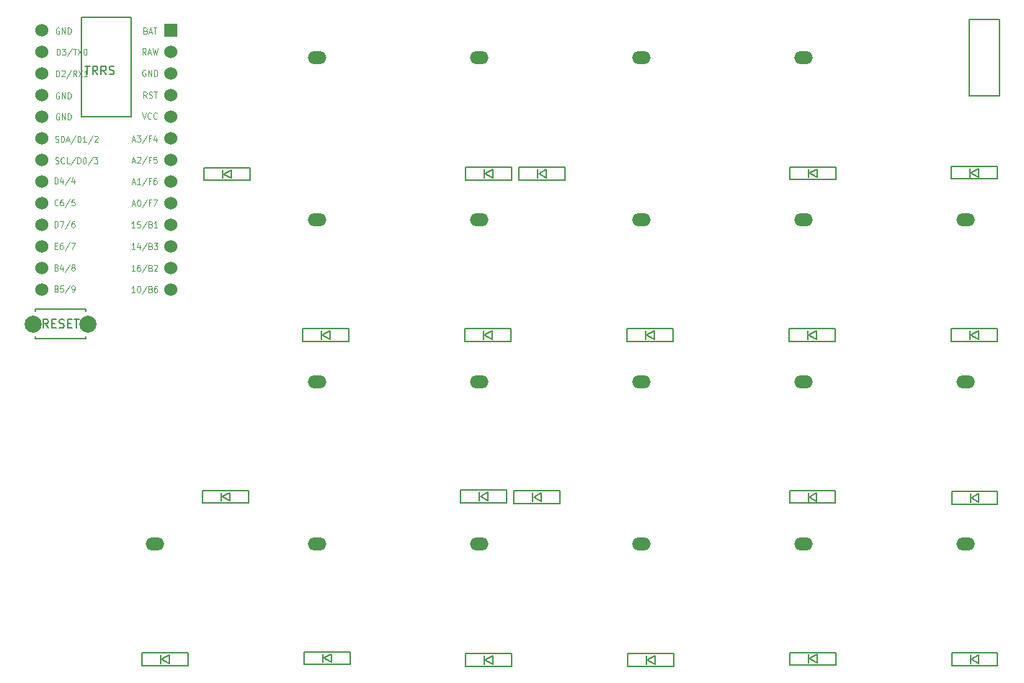
<source format=gbr>
%TF.GenerationSoftware,KiCad,Pcbnew,7.0.8*%
%TF.CreationDate,2024-10-11T08:25:21+09:00*%
%TF.ProjectId,cool642r,636f6f6c-3634-4327-922e-6b696361645f,rev?*%
%TF.SameCoordinates,Original*%
%TF.FileFunction,Legend,Top*%
%TF.FilePolarity,Positive*%
%FSLAX46Y46*%
G04 Gerber Fmt 4.6, Leading zero omitted, Abs format (unit mm)*
G04 Created by KiCad (PCBNEW 7.0.8) date 2024-10-11 08:25:21*
%MOMM*%
%LPD*%
G01*
G04 APERTURE LIST*
%ADD10C,0.150000*%
%ADD11C,0.125000*%
%ADD12O,2.200000X1.500000*%
%ADD13C,2.000000*%
%ADD14C,1.524000*%
%ADD15R,1.524000X1.524000*%
G04 APERTURE END LIST*
D10*
X92608095Y4025180D02*
X93179523Y4025180D01*
X92893809Y3025180D02*
X92893809Y4025180D01*
X94084285Y3025180D02*
X93750952Y3501371D01*
X93512857Y3025180D02*
X93512857Y4025180D01*
X93512857Y4025180D02*
X93893809Y4025180D01*
X93893809Y4025180D02*
X93989047Y3977561D01*
X93989047Y3977561D02*
X94036666Y3929942D01*
X94036666Y3929942D02*
X94084285Y3834704D01*
X94084285Y3834704D02*
X94084285Y3691847D01*
X94084285Y3691847D02*
X94036666Y3596609D01*
X94036666Y3596609D02*
X93989047Y3548990D01*
X93989047Y3548990D02*
X93893809Y3501371D01*
X93893809Y3501371D02*
X93512857Y3501371D01*
X95084285Y3025180D02*
X94750952Y3501371D01*
X94512857Y3025180D02*
X94512857Y4025180D01*
X94512857Y4025180D02*
X94893809Y4025180D01*
X94893809Y4025180D02*
X94989047Y3977561D01*
X94989047Y3977561D02*
X95036666Y3929942D01*
X95036666Y3929942D02*
X95084285Y3834704D01*
X95084285Y3834704D02*
X95084285Y3691847D01*
X95084285Y3691847D02*
X95036666Y3596609D01*
X95036666Y3596609D02*
X94989047Y3548990D01*
X94989047Y3548990D02*
X94893809Y3501371D01*
X94893809Y3501371D02*
X94512857Y3501371D01*
X95465238Y3072800D02*
X95608095Y3025180D01*
X95608095Y3025180D02*
X95846190Y3025180D01*
X95846190Y3025180D02*
X95941428Y3072800D01*
X95941428Y3072800D02*
X95989047Y3120419D01*
X95989047Y3120419D02*
X96036666Y3215657D01*
X96036666Y3215657D02*
X96036666Y3310895D01*
X96036666Y3310895D02*
X95989047Y3406133D01*
X95989047Y3406133D02*
X95941428Y3453752D01*
X95941428Y3453752D02*
X95846190Y3501371D01*
X95846190Y3501371D02*
X95655714Y3548990D01*
X95655714Y3548990D02*
X95560476Y3596609D01*
X95560476Y3596609D02*
X95512857Y3644228D01*
X95512857Y3644228D02*
X95465238Y3739466D01*
X95465238Y3739466D02*
X95465238Y3834704D01*
X95465238Y3834704D02*
X95512857Y3929942D01*
X95512857Y3929942D02*
X95560476Y3977561D01*
X95560476Y3977561D02*
X95655714Y4025180D01*
X95655714Y4025180D02*
X95893809Y4025180D01*
X95893809Y4025180D02*
X96036666Y3977561D01*
X88287618Y-26754819D02*
X87954285Y-26278628D01*
X87716190Y-26754819D02*
X87716190Y-25754819D01*
X87716190Y-25754819D02*
X88097142Y-25754819D01*
X88097142Y-25754819D02*
X88192380Y-25802438D01*
X88192380Y-25802438D02*
X88239999Y-25850057D01*
X88239999Y-25850057D02*
X88287618Y-25945295D01*
X88287618Y-25945295D02*
X88287618Y-26088152D01*
X88287618Y-26088152D02*
X88239999Y-26183390D01*
X88239999Y-26183390D02*
X88192380Y-26231009D01*
X88192380Y-26231009D02*
X88097142Y-26278628D01*
X88097142Y-26278628D02*
X87716190Y-26278628D01*
X88716190Y-26231009D02*
X89049523Y-26231009D01*
X89192380Y-26754819D02*
X88716190Y-26754819D01*
X88716190Y-26754819D02*
X88716190Y-25754819D01*
X88716190Y-25754819D02*
X89192380Y-25754819D01*
X89573333Y-26707200D02*
X89716190Y-26754819D01*
X89716190Y-26754819D02*
X89954285Y-26754819D01*
X89954285Y-26754819D02*
X90049523Y-26707200D01*
X90049523Y-26707200D02*
X90097142Y-26659580D01*
X90097142Y-26659580D02*
X90144761Y-26564342D01*
X90144761Y-26564342D02*
X90144761Y-26469104D01*
X90144761Y-26469104D02*
X90097142Y-26373866D01*
X90097142Y-26373866D02*
X90049523Y-26326247D01*
X90049523Y-26326247D02*
X89954285Y-26278628D01*
X89954285Y-26278628D02*
X89763809Y-26231009D01*
X89763809Y-26231009D02*
X89668571Y-26183390D01*
X89668571Y-26183390D02*
X89620952Y-26135771D01*
X89620952Y-26135771D02*
X89573333Y-26040533D01*
X89573333Y-26040533D02*
X89573333Y-25945295D01*
X89573333Y-25945295D02*
X89620952Y-25850057D01*
X89620952Y-25850057D02*
X89668571Y-25802438D01*
X89668571Y-25802438D02*
X89763809Y-25754819D01*
X89763809Y-25754819D02*
X90001904Y-25754819D01*
X90001904Y-25754819D02*
X90144761Y-25802438D01*
X90573333Y-26231009D02*
X90906666Y-26231009D01*
X91049523Y-26754819D02*
X90573333Y-26754819D01*
X90573333Y-26754819D02*
X90573333Y-25754819D01*
X90573333Y-25754819D02*
X91049523Y-25754819D01*
X91335238Y-25754819D02*
X91906666Y-25754819D01*
X91620952Y-26754819D02*
X91620952Y-25754819D01*
D11*
X98167886Y-4674178D02*
X98486933Y-4674178D01*
X98104076Y-4888464D02*
X98327409Y-4138464D01*
X98327409Y-4138464D02*
X98550743Y-4888464D01*
X98710267Y-4138464D02*
X99125029Y-4138464D01*
X99125029Y-4138464D02*
X98901695Y-4424178D01*
X98901695Y-4424178D02*
X98997410Y-4424178D01*
X98997410Y-4424178D02*
X99061219Y-4459892D01*
X99061219Y-4459892D02*
X99093124Y-4495607D01*
X99093124Y-4495607D02*
X99125029Y-4567035D01*
X99125029Y-4567035D02*
X99125029Y-4745607D01*
X99125029Y-4745607D02*
X99093124Y-4817035D01*
X99093124Y-4817035D02*
X99061219Y-4852750D01*
X99061219Y-4852750D02*
X98997410Y-4888464D01*
X98997410Y-4888464D02*
X98805981Y-4888464D01*
X98805981Y-4888464D02*
X98742172Y-4852750D01*
X98742172Y-4852750D02*
X98710267Y-4817035D01*
X99890743Y-4102750D02*
X99316457Y-5067035D01*
X100337410Y-4495607D02*
X100114076Y-4495607D01*
X100114076Y-4888464D02*
X100114076Y-4138464D01*
X100114076Y-4138464D02*
X100433124Y-4138464D01*
X100975505Y-4388464D02*
X100975505Y-4888464D01*
X100815981Y-4102750D02*
X100656458Y-4638464D01*
X100656458Y-4638464D02*
X101071219Y-4638464D01*
X89054076Y-9838464D02*
X89054076Y-9088464D01*
X89054076Y-9088464D02*
X89213600Y-9088464D01*
X89213600Y-9088464D02*
X89309314Y-9124178D01*
X89309314Y-9124178D02*
X89373124Y-9195607D01*
X89373124Y-9195607D02*
X89405029Y-9267035D01*
X89405029Y-9267035D02*
X89436933Y-9409892D01*
X89436933Y-9409892D02*
X89436933Y-9517035D01*
X89436933Y-9517035D02*
X89405029Y-9659892D01*
X89405029Y-9659892D02*
X89373124Y-9731321D01*
X89373124Y-9731321D02*
X89309314Y-9802750D01*
X89309314Y-9802750D02*
X89213600Y-9838464D01*
X89213600Y-9838464D02*
X89054076Y-9838464D01*
X90011219Y-9338464D02*
X90011219Y-9838464D01*
X89851695Y-9052750D02*
X89692172Y-9588464D01*
X89692172Y-9588464D02*
X90106933Y-9588464D01*
X90840743Y-9052750D02*
X90266457Y-10017035D01*
X91351219Y-9338464D02*
X91351219Y-9838464D01*
X91191695Y-9052750D02*
X91032172Y-9588464D01*
X91032172Y-9588464D02*
X91446933Y-9588464D01*
X89220028Y2761535D02*
X89220028Y3511535D01*
X89220028Y3511535D02*
X89379552Y3511535D01*
X89379552Y3511535D02*
X89475266Y3475821D01*
X89475266Y3475821D02*
X89539076Y3404392D01*
X89539076Y3404392D02*
X89570981Y3332964D01*
X89570981Y3332964D02*
X89602885Y3190107D01*
X89602885Y3190107D02*
X89602885Y3082964D01*
X89602885Y3082964D02*
X89570981Y2940107D01*
X89570981Y2940107D02*
X89539076Y2868678D01*
X89539076Y2868678D02*
X89475266Y2797250D01*
X89475266Y2797250D02*
X89379552Y2761535D01*
X89379552Y2761535D02*
X89220028Y2761535D01*
X89858124Y3440107D02*
X89890028Y3475821D01*
X89890028Y3475821D02*
X89953838Y3511535D01*
X89953838Y3511535D02*
X90113362Y3511535D01*
X90113362Y3511535D02*
X90177171Y3475821D01*
X90177171Y3475821D02*
X90209076Y3440107D01*
X90209076Y3440107D02*
X90240981Y3368678D01*
X90240981Y3368678D02*
X90240981Y3297250D01*
X90240981Y3297250D02*
X90209076Y3190107D01*
X90209076Y3190107D02*
X89826219Y2761535D01*
X89826219Y2761535D02*
X90240981Y2761535D01*
X91006695Y3547250D02*
X90432409Y2582964D01*
X91612885Y2761535D02*
X91389552Y3118678D01*
X91230028Y2761535D02*
X91230028Y3511535D01*
X91230028Y3511535D02*
X91485266Y3511535D01*
X91485266Y3511535D02*
X91549076Y3475821D01*
X91549076Y3475821D02*
X91580981Y3440107D01*
X91580981Y3440107D02*
X91612885Y3368678D01*
X91612885Y3368678D02*
X91612885Y3261535D01*
X91612885Y3261535D02*
X91580981Y3190107D01*
X91580981Y3190107D02*
X91549076Y3154392D01*
X91549076Y3154392D02*
X91485266Y3118678D01*
X91485266Y3118678D02*
X91230028Y3118678D01*
X91836219Y3511535D02*
X92282885Y2761535D01*
X92282885Y3511535D02*
X91836219Y2761535D01*
X92889076Y2761535D02*
X92506219Y2761535D01*
X92697647Y2761535D02*
X92697647Y3511535D01*
X92697647Y3511535D02*
X92633838Y3404392D01*
X92633838Y3404392D02*
X92570028Y3332964D01*
X92570028Y3332964D02*
X92506219Y3297250D01*
X99713124Y3525821D02*
X99649314Y3561535D01*
X99649314Y3561535D02*
X99553600Y3561535D01*
X99553600Y3561535D02*
X99457886Y3525821D01*
X99457886Y3525821D02*
X99394076Y3454392D01*
X99394076Y3454392D02*
X99362171Y3382964D01*
X99362171Y3382964D02*
X99330267Y3240107D01*
X99330267Y3240107D02*
X99330267Y3132964D01*
X99330267Y3132964D02*
X99362171Y2990107D01*
X99362171Y2990107D02*
X99394076Y2918678D01*
X99394076Y2918678D02*
X99457886Y2847250D01*
X99457886Y2847250D02*
X99553600Y2811535D01*
X99553600Y2811535D02*
X99617409Y2811535D01*
X99617409Y2811535D02*
X99713124Y2847250D01*
X99713124Y2847250D02*
X99745028Y2882964D01*
X99745028Y2882964D02*
X99745028Y3132964D01*
X99745028Y3132964D02*
X99617409Y3132964D01*
X100032171Y2811535D02*
X100032171Y3561535D01*
X100032171Y3561535D02*
X100415028Y2811535D01*
X100415028Y2811535D02*
X100415028Y3561535D01*
X100734076Y2811535D02*
X100734076Y3561535D01*
X100734076Y3561535D02*
X100893600Y3561535D01*
X100893600Y3561535D02*
X100989314Y3525821D01*
X100989314Y3525821D02*
X101053124Y3454392D01*
X101053124Y3454392D02*
X101085029Y3382964D01*
X101085029Y3382964D02*
X101116933Y3240107D01*
X101116933Y3240107D02*
X101116933Y3132964D01*
X101116933Y3132964D02*
X101085029Y2990107D01*
X101085029Y2990107D02*
X101053124Y2918678D01*
X101053124Y2918678D02*
X100989314Y2847250D01*
X100989314Y2847250D02*
X100893600Y2811535D01*
X100893600Y2811535D02*
X100734076Y2811535D01*
X89085981Y-17095607D02*
X89309315Y-17095607D01*
X89405029Y-17488464D02*
X89085981Y-17488464D01*
X89085981Y-17488464D02*
X89085981Y-16738464D01*
X89085981Y-16738464D02*
X89405029Y-16738464D01*
X89979314Y-16738464D02*
X89851695Y-16738464D01*
X89851695Y-16738464D02*
X89787886Y-16774178D01*
X89787886Y-16774178D02*
X89755981Y-16809892D01*
X89755981Y-16809892D02*
X89692171Y-16917035D01*
X89692171Y-16917035D02*
X89660267Y-17059892D01*
X89660267Y-17059892D02*
X89660267Y-17345607D01*
X89660267Y-17345607D02*
X89692171Y-17417035D01*
X89692171Y-17417035D02*
X89724076Y-17452750D01*
X89724076Y-17452750D02*
X89787886Y-17488464D01*
X89787886Y-17488464D02*
X89915505Y-17488464D01*
X89915505Y-17488464D02*
X89979314Y-17452750D01*
X89979314Y-17452750D02*
X90011219Y-17417035D01*
X90011219Y-17417035D02*
X90043124Y-17345607D01*
X90043124Y-17345607D02*
X90043124Y-17167035D01*
X90043124Y-17167035D02*
X90011219Y-17095607D01*
X90011219Y-17095607D02*
X89979314Y-17059892D01*
X89979314Y-17059892D02*
X89915505Y-17024178D01*
X89915505Y-17024178D02*
X89787886Y-17024178D01*
X89787886Y-17024178D02*
X89724076Y-17059892D01*
X89724076Y-17059892D02*
X89692171Y-17095607D01*
X89692171Y-17095607D02*
X89660267Y-17167035D01*
X90808838Y-16702750D02*
X90234552Y-17667035D01*
X90968362Y-16738464D02*
X91415028Y-16738464D01*
X91415028Y-16738464D02*
X91127886Y-17488464D01*
X89436933Y-12317035D02*
X89405029Y-12352750D01*
X89405029Y-12352750D02*
X89309314Y-12388464D01*
X89309314Y-12388464D02*
X89245505Y-12388464D01*
X89245505Y-12388464D02*
X89149791Y-12352750D01*
X89149791Y-12352750D02*
X89085981Y-12281321D01*
X89085981Y-12281321D02*
X89054076Y-12209892D01*
X89054076Y-12209892D02*
X89022172Y-12067035D01*
X89022172Y-12067035D02*
X89022172Y-11959892D01*
X89022172Y-11959892D02*
X89054076Y-11817035D01*
X89054076Y-11817035D02*
X89085981Y-11745607D01*
X89085981Y-11745607D02*
X89149791Y-11674178D01*
X89149791Y-11674178D02*
X89245505Y-11638464D01*
X89245505Y-11638464D02*
X89309314Y-11638464D01*
X89309314Y-11638464D02*
X89405029Y-11674178D01*
X89405029Y-11674178D02*
X89436933Y-11709892D01*
X90011219Y-11638464D02*
X89883600Y-11638464D01*
X89883600Y-11638464D02*
X89819791Y-11674178D01*
X89819791Y-11674178D02*
X89787886Y-11709892D01*
X89787886Y-11709892D02*
X89724076Y-11817035D01*
X89724076Y-11817035D02*
X89692172Y-11959892D01*
X89692172Y-11959892D02*
X89692172Y-12245607D01*
X89692172Y-12245607D02*
X89724076Y-12317035D01*
X89724076Y-12317035D02*
X89755981Y-12352750D01*
X89755981Y-12352750D02*
X89819791Y-12388464D01*
X89819791Y-12388464D02*
X89947410Y-12388464D01*
X89947410Y-12388464D02*
X90011219Y-12352750D01*
X90011219Y-12352750D02*
X90043124Y-12317035D01*
X90043124Y-12317035D02*
X90075029Y-12245607D01*
X90075029Y-12245607D02*
X90075029Y-12067035D01*
X90075029Y-12067035D02*
X90043124Y-11995607D01*
X90043124Y-11995607D02*
X90011219Y-11959892D01*
X90011219Y-11959892D02*
X89947410Y-11924178D01*
X89947410Y-11924178D02*
X89819791Y-11924178D01*
X89819791Y-11924178D02*
X89755981Y-11959892D01*
X89755981Y-11959892D02*
X89724076Y-11995607D01*
X89724076Y-11995607D02*
X89692172Y-12067035D01*
X90840743Y-11602750D02*
X90266457Y-12567035D01*
X91383124Y-11638464D02*
X91064076Y-11638464D01*
X91064076Y-11638464D02*
X91032172Y-11995607D01*
X91032172Y-11995607D02*
X91064076Y-11959892D01*
X91064076Y-11959892D02*
X91127886Y-11924178D01*
X91127886Y-11924178D02*
X91287410Y-11924178D01*
X91287410Y-11924178D02*
X91351219Y-11959892D01*
X91351219Y-11959892D02*
X91383124Y-11995607D01*
X91383124Y-11995607D02*
X91415029Y-12067035D01*
X91415029Y-12067035D02*
X91415029Y-12245607D01*
X91415029Y-12245607D02*
X91383124Y-12317035D01*
X91383124Y-12317035D02*
X91351219Y-12352750D01*
X91351219Y-12352750D02*
X91287410Y-12388464D01*
X91287410Y-12388464D02*
X91127886Y-12388464D01*
X91127886Y-12388464D02*
X91064076Y-12352750D01*
X91064076Y-12352750D02*
X91032172Y-12317035D01*
X89573124Y8495821D02*
X89509314Y8531535D01*
X89509314Y8531535D02*
X89413600Y8531535D01*
X89413600Y8531535D02*
X89317886Y8495821D01*
X89317886Y8495821D02*
X89254076Y8424392D01*
X89254076Y8424392D02*
X89222171Y8352964D01*
X89222171Y8352964D02*
X89190267Y8210107D01*
X89190267Y8210107D02*
X89190267Y8102964D01*
X89190267Y8102964D02*
X89222171Y7960107D01*
X89222171Y7960107D02*
X89254076Y7888678D01*
X89254076Y7888678D02*
X89317886Y7817250D01*
X89317886Y7817250D02*
X89413600Y7781535D01*
X89413600Y7781535D02*
X89477409Y7781535D01*
X89477409Y7781535D02*
X89573124Y7817250D01*
X89573124Y7817250D02*
X89605028Y7852964D01*
X89605028Y7852964D02*
X89605028Y8102964D01*
X89605028Y8102964D02*
X89477409Y8102964D01*
X89892171Y7781535D02*
X89892171Y8531535D01*
X89892171Y8531535D02*
X90275028Y7781535D01*
X90275028Y7781535D02*
X90275028Y8531535D01*
X90594076Y7781535D02*
X90594076Y8531535D01*
X90594076Y8531535D02*
X90753600Y8531535D01*
X90753600Y8531535D02*
X90849314Y8495821D01*
X90849314Y8495821D02*
X90913124Y8424392D01*
X90913124Y8424392D02*
X90945029Y8352964D01*
X90945029Y8352964D02*
X90976933Y8210107D01*
X90976933Y8210107D02*
X90976933Y8102964D01*
X90976933Y8102964D02*
X90945029Y7960107D01*
X90945029Y7960107D02*
X90913124Y7888678D01*
X90913124Y7888678D02*
X90849314Y7817250D01*
X90849314Y7817250D02*
X90753600Y7781535D01*
X90753600Y7781535D02*
X90594076Y7781535D01*
X89135981Y-7402750D02*
X89231695Y-7438464D01*
X89231695Y-7438464D02*
X89391219Y-7438464D01*
X89391219Y-7438464D02*
X89455028Y-7402750D01*
X89455028Y-7402750D02*
X89486933Y-7367035D01*
X89486933Y-7367035D02*
X89518838Y-7295607D01*
X89518838Y-7295607D02*
X89518838Y-7224178D01*
X89518838Y-7224178D02*
X89486933Y-7152750D01*
X89486933Y-7152750D02*
X89455028Y-7117035D01*
X89455028Y-7117035D02*
X89391219Y-7081321D01*
X89391219Y-7081321D02*
X89263600Y-7045607D01*
X89263600Y-7045607D02*
X89199790Y-7009892D01*
X89199790Y-7009892D02*
X89167885Y-6974178D01*
X89167885Y-6974178D02*
X89135981Y-6902750D01*
X89135981Y-6902750D02*
X89135981Y-6831321D01*
X89135981Y-6831321D02*
X89167885Y-6759892D01*
X89167885Y-6759892D02*
X89199790Y-6724178D01*
X89199790Y-6724178D02*
X89263600Y-6688464D01*
X89263600Y-6688464D02*
X89423123Y-6688464D01*
X89423123Y-6688464D02*
X89518838Y-6724178D01*
X90188837Y-7367035D02*
X90156933Y-7402750D01*
X90156933Y-7402750D02*
X90061218Y-7438464D01*
X90061218Y-7438464D02*
X89997409Y-7438464D01*
X89997409Y-7438464D02*
X89901695Y-7402750D01*
X89901695Y-7402750D02*
X89837885Y-7331321D01*
X89837885Y-7331321D02*
X89805980Y-7259892D01*
X89805980Y-7259892D02*
X89774076Y-7117035D01*
X89774076Y-7117035D02*
X89774076Y-7009892D01*
X89774076Y-7009892D02*
X89805980Y-6867035D01*
X89805980Y-6867035D02*
X89837885Y-6795607D01*
X89837885Y-6795607D02*
X89901695Y-6724178D01*
X89901695Y-6724178D02*
X89997409Y-6688464D01*
X89997409Y-6688464D02*
X90061218Y-6688464D01*
X90061218Y-6688464D02*
X90156933Y-6724178D01*
X90156933Y-6724178D02*
X90188837Y-6759892D01*
X90795028Y-7438464D02*
X90475980Y-7438464D01*
X90475980Y-7438464D02*
X90475980Y-6688464D01*
X91496933Y-6652750D02*
X90922647Y-7617035D01*
X91720266Y-7438464D02*
X91720266Y-6688464D01*
X91720266Y-6688464D02*
X91879790Y-6688464D01*
X91879790Y-6688464D02*
X91975504Y-6724178D01*
X91975504Y-6724178D02*
X92039314Y-6795607D01*
X92039314Y-6795607D02*
X92071219Y-6867035D01*
X92071219Y-6867035D02*
X92103123Y-7009892D01*
X92103123Y-7009892D02*
X92103123Y-7117035D01*
X92103123Y-7117035D02*
X92071219Y-7259892D01*
X92071219Y-7259892D02*
X92039314Y-7331321D01*
X92039314Y-7331321D02*
X91975504Y-7402750D01*
X91975504Y-7402750D02*
X91879790Y-7438464D01*
X91879790Y-7438464D02*
X91720266Y-7438464D01*
X92517885Y-6688464D02*
X92581695Y-6688464D01*
X92581695Y-6688464D02*
X92645504Y-6724178D01*
X92645504Y-6724178D02*
X92677409Y-6759892D01*
X92677409Y-6759892D02*
X92709314Y-6831321D01*
X92709314Y-6831321D02*
X92741219Y-6974178D01*
X92741219Y-6974178D02*
X92741219Y-7152750D01*
X92741219Y-7152750D02*
X92709314Y-7295607D01*
X92709314Y-7295607D02*
X92677409Y-7367035D01*
X92677409Y-7367035D02*
X92645504Y-7402750D01*
X92645504Y-7402750D02*
X92581695Y-7438464D01*
X92581695Y-7438464D02*
X92517885Y-7438464D01*
X92517885Y-7438464D02*
X92454076Y-7402750D01*
X92454076Y-7402750D02*
X92422171Y-7367035D01*
X92422171Y-7367035D02*
X92390266Y-7295607D01*
X92390266Y-7295607D02*
X92358362Y-7152750D01*
X92358362Y-7152750D02*
X92358362Y-6974178D01*
X92358362Y-6974178D02*
X92390266Y-6831321D01*
X92390266Y-6831321D02*
X92422171Y-6759892D01*
X92422171Y-6759892D02*
X92454076Y-6724178D01*
X92454076Y-6724178D02*
X92517885Y-6688464D01*
X93506933Y-6652750D02*
X92932647Y-7617035D01*
X93666457Y-6688464D02*
X94081219Y-6688464D01*
X94081219Y-6688464D02*
X93857885Y-6974178D01*
X93857885Y-6974178D02*
X93953600Y-6974178D01*
X93953600Y-6974178D02*
X94017409Y-7009892D01*
X94017409Y-7009892D02*
X94049314Y-7045607D01*
X94049314Y-7045607D02*
X94081219Y-7117035D01*
X94081219Y-7117035D02*
X94081219Y-7295607D01*
X94081219Y-7295607D02*
X94049314Y-7367035D01*
X94049314Y-7367035D02*
X94017409Y-7402750D01*
X94017409Y-7402750D02*
X93953600Y-7438464D01*
X93953600Y-7438464D02*
X93762171Y-7438464D01*
X93762171Y-7438464D02*
X93698362Y-7402750D01*
X93698362Y-7402750D02*
X93666457Y-7367035D01*
X89573124Y-1574178D02*
X89509314Y-1538464D01*
X89509314Y-1538464D02*
X89413600Y-1538464D01*
X89413600Y-1538464D02*
X89317886Y-1574178D01*
X89317886Y-1574178D02*
X89254076Y-1645607D01*
X89254076Y-1645607D02*
X89222171Y-1717035D01*
X89222171Y-1717035D02*
X89190267Y-1859892D01*
X89190267Y-1859892D02*
X89190267Y-1967035D01*
X89190267Y-1967035D02*
X89222171Y-2109892D01*
X89222171Y-2109892D02*
X89254076Y-2181321D01*
X89254076Y-2181321D02*
X89317886Y-2252750D01*
X89317886Y-2252750D02*
X89413600Y-2288464D01*
X89413600Y-2288464D02*
X89477409Y-2288464D01*
X89477409Y-2288464D02*
X89573124Y-2252750D01*
X89573124Y-2252750D02*
X89605028Y-2217035D01*
X89605028Y-2217035D02*
X89605028Y-1967035D01*
X89605028Y-1967035D02*
X89477409Y-1967035D01*
X89892171Y-2288464D02*
X89892171Y-1538464D01*
X89892171Y-1538464D02*
X90275028Y-2288464D01*
X90275028Y-2288464D02*
X90275028Y-1538464D01*
X90594076Y-2288464D02*
X90594076Y-1538464D01*
X90594076Y-1538464D02*
X90753600Y-1538464D01*
X90753600Y-1538464D02*
X90849314Y-1574178D01*
X90849314Y-1574178D02*
X90913124Y-1645607D01*
X90913124Y-1645607D02*
X90945029Y-1717035D01*
X90945029Y-1717035D02*
X90976933Y-1859892D01*
X90976933Y-1859892D02*
X90976933Y-1967035D01*
X90976933Y-1967035D02*
X90945029Y-2109892D01*
X90945029Y-2109892D02*
X90913124Y-2181321D01*
X90913124Y-2181321D02*
X90849314Y-2252750D01*
X90849314Y-2252750D02*
X90753600Y-2288464D01*
X90753600Y-2288464D02*
X90594076Y-2288464D01*
X98470981Y-14988464D02*
X98088124Y-14988464D01*
X98279552Y-14988464D02*
X98279552Y-14238464D01*
X98279552Y-14238464D02*
X98215743Y-14345607D01*
X98215743Y-14345607D02*
X98151933Y-14417035D01*
X98151933Y-14417035D02*
X98088124Y-14452750D01*
X99077171Y-14238464D02*
X98758123Y-14238464D01*
X98758123Y-14238464D02*
X98726219Y-14595607D01*
X98726219Y-14595607D02*
X98758123Y-14559892D01*
X98758123Y-14559892D02*
X98821933Y-14524178D01*
X98821933Y-14524178D02*
X98981457Y-14524178D01*
X98981457Y-14524178D02*
X99045266Y-14559892D01*
X99045266Y-14559892D02*
X99077171Y-14595607D01*
X99077171Y-14595607D02*
X99109076Y-14667035D01*
X99109076Y-14667035D02*
X99109076Y-14845607D01*
X99109076Y-14845607D02*
X99077171Y-14917035D01*
X99077171Y-14917035D02*
X99045266Y-14952750D01*
X99045266Y-14952750D02*
X98981457Y-14988464D01*
X98981457Y-14988464D02*
X98821933Y-14988464D01*
X98821933Y-14988464D02*
X98758123Y-14952750D01*
X98758123Y-14952750D02*
X98726219Y-14917035D01*
X99874790Y-14202750D02*
X99300504Y-15167035D01*
X100321457Y-14595607D02*
X100417171Y-14631321D01*
X100417171Y-14631321D02*
X100449076Y-14667035D01*
X100449076Y-14667035D02*
X100480980Y-14738464D01*
X100480980Y-14738464D02*
X100480980Y-14845607D01*
X100480980Y-14845607D02*
X100449076Y-14917035D01*
X100449076Y-14917035D02*
X100417171Y-14952750D01*
X100417171Y-14952750D02*
X100353361Y-14988464D01*
X100353361Y-14988464D02*
X100098123Y-14988464D01*
X100098123Y-14988464D02*
X100098123Y-14238464D01*
X100098123Y-14238464D02*
X100321457Y-14238464D01*
X100321457Y-14238464D02*
X100385266Y-14274178D01*
X100385266Y-14274178D02*
X100417171Y-14309892D01*
X100417171Y-14309892D02*
X100449076Y-14381321D01*
X100449076Y-14381321D02*
X100449076Y-14452750D01*
X100449076Y-14452750D02*
X100417171Y-14524178D01*
X100417171Y-14524178D02*
X100385266Y-14559892D01*
X100385266Y-14559892D02*
X100321457Y-14595607D01*
X100321457Y-14595607D02*
X100098123Y-14595607D01*
X101119076Y-14988464D02*
X100736219Y-14988464D01*
X100927647Y-14988464D02*
X100927647Y-14238464D01*
X100927647Y-14238464D02*
X100863838Y-14345607D01*
X100863838Y-14345607D02*
X100800028Y-14417035D01*
X100800028Y-14417035D02*
X100736219Y-14452750D01*
X89573124Y875821D02*
X89509314Y911535D01*
X89509314Y911535D02*
X89413600Y911535D01*
X89413600Y911535D02*
X89317886Y875821D01*
X89317886Y875821D02*
X89254076Y804392D01*
X89254076Y804392D02*
X89222171Y732964D01*
X89222171Y732964D02*
X89190267Y590107D01*
X89190267Y590107D02*
X89190267Y482964D01*
X89190267Y482964D02*
X89222171Y340107D01*
X89222171Y340107D02*
X89254076Y268678D01*
X89254076Y268678D02*
X89317886Y197250D01*
X89317886Y197250D02*
X89413600Y161535D01*
X89413600Y161535D02*
X89477409Y161535D01*
X89477409Y161535D02*
X89573124Y197250D01*
X89573124Y197250D02*
X89605028Y232964D01*
X89605028Y232964D02*
X89605028Y482964D01*
X89605028Y482964D02*
X89477409Y482964D01*
X89892171Y161535D02*
X89892171Y911535D01*
X89892171Y911535D02*
X90275028Y161535D01*
X90275028Y161535D02*
X90275028Y911535D01*
X90594076Y161535D02*
X90594076Y911535D01*
X90594076Y911535D02*
X90753600Y911535D01*
X90753600Y911535D02*
X90849314Y875821D01*
X90849314Y875821D02*
X90913124Y804392D01*
X90913124Y804392D02*
X90945029Y732964D01*
X90945029Y732964D02*
X90976933Y590107D01*
X90976933Y590107D02*
X90976933Y482964D01*
X90976933Y482964D02*
X90945029Y340107D01*
X90945029Y340107D02*
X90913124Y268678D01*
X90913124Y268678D02*
X90849314Y197250D01*
X90849314Y197250D02*
X90753600Y161535D01*
X90753600Y161535D02*
X90594076Y161535D01*
X98470981Y-20088464D02*
X98088124Y-20088464D01*
X98279552Y-20088464D02*
X98279552Y-19338464D01*
X98279552Y-19338464D02*
X98215743Y-19445607D01*
X98215743Y-19445607D02*
X98151933Y-19517035D01*
X98151933Y-19517035D02*
X98088124Y-19552750D01*
X99045266Y-19338464D02*
X98917647Y-19338464D01*
X98917647Y-19338464D02*
X98853838Y-19374178D01*
X98853838Y-19374178D02*
X98821933Y-19409892D01*
X98821933Y-19409892D02*
X98758123Y-19517035D01*
X98758123Y-19517035D02*
X98726219Y-19659892D01*
X98726219Y-19659892D02*
X98726219Y-19945607D01*
X98726219Y-19945607D02*
X98758123Y-20017035D01*
X98758123Y-20017035D02*
X98790028Y-20052750D01*
X98790028Y-20052750D02*
X98853838Y-20088464D01*
X98853838Y-20088464D02*
X98981457Y-20088464D01*
X98981457Y-20088464D02*
X99045266Y-20052750D01*
X99045266Y-20052750D02*
X99077171Y-20017035D01*
X99077171Y-20017035D02*
X99109076Y-19945607D01*
X99109076Y-19945607D02*
X99109076Y-19767035D01*
X99109076Y-19767035D02*
X99077171Y-19695607D01*
X99077171Y-19695607D02*
X99045266Y-19659892D01*
X99045266Y-19659892D02*
X98981457Y-19624178D01*
X98981457Y-19624178D02*
X98853838Y-19624178D01*
X98853838Y-19624178D02*
X98790028Y-19659892D01*
X98790028Y-19659892D02*
X98758123Y-19695607D01*
X98758123Y-19695607D02*
X98726219Y-19767035D01*
X99874790Y-19302750D02*
X99300504Y-20267035D01*
X100321457Y-19695607D02*
X100417171Y-19731321D01*
X100417171Y-19731321D02*
X100449076Y-19767035D01*
X100449076Y-19767035D02*
X100480980Y-19838464D01*
X100480980Y-19838464D02*
X100480980Y-19945607D01*
X100480980Y-19945607D02*
X100449076Y-20017035D01*
X100449076Y-20017035D02*
X100417171Y-20052750D01*
X100417171Y-20052750D02*
X100353361Y-20088464D01*
X100353361Y-20088464D02*
X100098123Y-20088464D01*
X100098123Y-20088464D02*
X100098123Y-19338464D01*
X100098123Y-19338464D02*
X100321457Y-19338464D01*
X100321457Y-19338464D02*
X100385266Y-19374178D01*
X100385266Y-19374178D02*
X100417171Y-19409892D01*
X100417171Y-19409892D02*
X100449076Y-19481321D01*
X100449076Y-19481321D02*
X100449076Y-19552750D01*
X100449076Y-19552750D02*
X100417171Y-19624178D01*
X100417171Y-19624178D02*
X100385266Y-19659892D01*
X100385266Y-19659892D02*
X100321457Y-19695607D01*
X100321457Y-19695607D02*
X100098123Y-19695607D01*
X100736219Y-19409892D02*
X100768123Y-19374178D01*
X100768123Y-19374178D02*
X100831933Y-19338464D01*
X100831933Y-19338464D02*
X100991457Y-19338464D01*
X100991457Y-19338464D02*
X101055266Y-19374178D01*
X101055266Y-19374178D02*
X101087171Y-19409892D01*
X101087171Y-19409892D02*
X101119076Y-19481321D01*
X101119076Y-19481321D02*
X101119076Y-19552750D01*
X101119076Y-19552750D02*
X101087171Y-19659892D01*
X101087171Y-19659892D02*
X100704314Y-20088464D01*
X100704314Y-20088464D02*
X101119076Y-20088464D01*
X98470981Y-17538464D02*
X98088124Y-17538464D01*
X98279552Y-17538464D02*
X98279552Y-16788464D01*
X98279552Y-16788464D02*
X98215743Y-16895607D01*
X98215743Y-16895607D02*
X98151933Y-16967035D01*
X98151933Y-16967035D02*
X98088124Y-17002750D01*
X99045266Y-17038464D02*
X99045266Y-17538464D01*
X98885742Y-16752750D02*
X98726219Y-17288464D01*
X98726219Y-17288464D02*
X99140980Y-17288464D01*
X99874790Y-16752750D02*
X99300504Y-17717035D01*
X100321457Y-17145607D02*
X100417171Y-17181321D01*
X100417171Y-17181321D02*
X100449076Y-17217035D01*
X100449076Y-17217035D02*
X100480980Y-17288464D01*
X100480980Y-17288464D02*
X100480980Y-17395607D01*
X100480980Y-17395607D02*
X100449076Y-17467035D01*
X100449076Y-17467035D02*
X100417171Y-17502750D01*
X100417171Y-17502750D02*
X100353361Y-17538464D01*
X100353361Y-17538464D02*
X100098123Y-17538464D01*
X100098123Y-17538464D02*
X100098123Y-16788464D01*
X100098123Y-16788464D02*
X100321457Y-16788464D01*
X100321457Y-16788464D02*
X100385266Y-16824178D01*
X100385266Y-16824178D02*
X100417171Y-16859892D01*
X100417171Y-16859892D02*
X100449076Y-16931321D01*
X100449076Y-16931321D02*
X100449076Y-17002750D01*
X100449076Y-17002750D02*
X100417171Y-17074178D01*
X100417171Y-17074178D02*
X100385266Y-17109892D01*
X100385266Y-17109892D02*
X100321457Y-17145607D01*
X100321457Y-17145607D02*
X100098123Y-17145607D01*
X100704314Y-16788464D02*
X101119076Y-16788464D01*
X101119076Y-16788464D02*
X100895742Y-17074178D01*
X100895742Y-17074178D02*
X100991457Y-17074178D01*
X100991457Y-17074178D02*
X101055266Y-17109892D01*
X101055266Y-17109892D02*
X101087171Y-17145607D01*
X101087171Y-17145607D02*
X101119076Y-17217035D01*
X101119076Y-17217035D02*
X101119076Y-17395607D01*
X101119076Y-17395607D02*
X101087171Y-17467035D01*
X101087171Y-17467035D02*
X101055266Y-17502750D01*
X101055266Y-17502750D02*
X100991457Y-17538464D01*
X100991457Y-17538464D02*
X100800028Y-17538464D01*
X100800028Y-17538464D02*
X100736219Y-17502750D01*
X100736219Y-17502750D02*
X100704314Y-17467035D01*
X99330266Y-1438464D02*
X99553599Y-2188464D01*
X99553599Y-2188464D02*
X99776933Y-1438464D01*
X100383123Y-2117035D02*
X100351219Y-2152750D01*
X100351219Y-2152750D02*
X100255504Y-2188464D01*
X100255504Y-2188464D02*
X100191695Y-2188464D01*
X100191695Y-2188464D02*
X100095981Y-2152750D01*
X100095981Y-2152750D02*
X100032171Y-2081321D01*
X100032171Y-2081321D02*
X100000266Y-2009892D01*
X100000266Y-2009892D02*
X99968362Y-1867035D01*
X99968362Y-1867035D02*
X99968362Y-1759892D01*
X99968362Y-1759892D02*
X100000266Y-1617035D01*
X100000266Y-1617035D02*
X100032171Y-1545607D01*
X100032171Y-1545607D02*
X100095981Y-1474178D01*
X100095981Y-1474178D02*
X100191695Y-1438464D01*
X100191695Y-1438464D02*
X100255504Y-1438464D01*
X100255504Y-1438464D02*
X100351219Y-1474178D01*
X100351219Y-1474178D02*
X100383123Y-1509892D01*
X101053123Y-2117035D02*
X101021219Y-2152750D01*
X101021219Y-2152750D02*
X100925504Y-2188464D01*
X100925504Y-2188464D02*
X100861695Y-2188464D01*
X100861695Y-2188464D02*
X100765981Y-2152750D01*
X100765981Y-2152750D02*
X100702171Y-2081321D01*
X100702171Y-2081321D02*
X100670266Y-2009892D01*
X100670266Y-2009892D02*
X100638362Y-1867035D01*
X100638362Y-1867035D02*
X100638362Y-1759892D01*
X100638362Y-1759892D02*
X100670266Y-1617035D01*
X100670266Y-1617035D02*
X100702171Y-1545607D01*
X100702171Y-1545607D02*
X100765981Y-1474178D01*
X100765981Y-1474178D02*
X100861695Y-1438464D01*
X100861695Y-1438464D02*
X100925504Y-1438464D01*
X100925504Y-1438464D02*
X101021219Y-1474178D01*
X101021219Y-1474178D02*
X101053123Y-1509892D01*
X98167886Y-9674178D02*
X98486933Y-9674178D01*
X98104076Y-9888464D02*
X98327409Y-9138464D01*
X98327409Y-9138464D02*
X98550743Y-9888464D01*
X99125029Y-9888464D02*
X98742172Y-9888464D01*
X98933600Y-9888464D02*
X98933600Y-9138464D01*
X98933600Y-9138464D02*
X98869791Y-9245607D01*
X98869791Y-9245607D02*
X98805981Y-9317035D01*
X98805981Y-9317035D02*
X98742172Y-9352750D01*
X99890743Y-9102750D02*
X99316457Y-10067035D01*
X100337410Y-9495607D02*
X100114076Y-9495607D01*
X100114076Y-9888464D02*
X100114076Y-9138464D01*
X100114076Y-9138464D02*
X100433124Y-9138464D01*
X100975505Y-9138464D02*
X100847886Y-9138464D01*
X100847886Y-9138464D02*
X100784077Y-9174178D01*
X100784077Y-9174178D02*
X100752172Y-9209892D01*
X100752172Y-9209892D02*
X100688362Y-9317035D01*
X100688362Y-9317035D02*
X100656458Y-9459892D01*
X100656458Y-9459892D02*
X100656458Y-9745607D01*
X100656458Y-9745607D02*
X100688362Y-9817035D01*
X100688362Y-9817035D02*
X100720267Y-9852750D01*
X100720267Y-9852750D02*
X100784077Y-9888464D01*
X100784077Y-9888464D02*
X100911696Y-9888464D01*
X100911696Y-9888464D02*
X100975505Y-9852750D01*
X100975505Y-9852750D02*
X101007410Y-9817035D01*
X101007410Y-9817035D02*
X101039315Y-9745607D01*
X101039315Y-9745607D02*
X101039315Y-9567035D01*
X101039315Y-9567035D02*
X101007410Y-9495607D01*
X101007410Y-9495607D02*
X100975505Y-9459892D01*
X100975505Y-9459892D02*
X100911696Y-9424178D01*
X100911696Y-9424178D02*
X100784077Y-9424178D01*
X100784077Y-9424178D02*
X100720267Y-9459892D01*
X100720267Y-9459892D02*
X100688362Y-9495607D01*
X100688362Y-9495607D02*
X100656458Y-9567035D01*
X98167886Y-7174178D02*
X98486933Y-7174178D01*
X98104076Y-7388464D02*
X98327409Y-6638464D01*
X98327409Y-6638464D02*
X98550743Y-7388464D01*
X98742172Y-6709892D02*
X98774076Y-6674178D01*
X98774076Y-6674178D02*
X98837886Y-6638464D01*
X98837886Y-6638464D02*
X98997410Y-6638464D01*
X98997410Y-6638464D02*
X99061219Y-6674178D01*
X99061219Y-6674178D02*
X99093124Y-6709892D01*
X99093124Y-6709892D02*
X99125029Y-6781321D01*
X99125029Y-6781321D02*
X99125029Y-6852750D01*
X99125029Y-6852750D02*
X99093124Y-6959892D01*
X99093124Y-6959892D02*
X98710267Y-7388464D01*
X98710267Y-7388464D02*
X99125029Y-7388464D01*
X99890743Y-6602750D02*
X99316457Y-7567035D01*
X100337410Y-6995607D02*
X100114076Y-6995607D01*
X100114076Y-7388464D02*
X100114076Y-6638464D01*
X100114076Y-6638464D02*
X100433124Y-6638464D01*
X101007410Y-6638464D02*
X100688362Y-6638464D01*
X100688362Y-6638464D02*
X100656458Y-6995607D01*
X100656458Y-6995607D02*
X100688362Y-6959892D01*
X100688362Y-6959892D02*
X100752172Y-6924178D01*
X100752172Y-6924178D02*
X100911696Y-6924178D01*
X100911696Y-6924178D02*
X100975505Y-6959892D01*
X100975505Y-6959892D02*
X101007410Y-6995607D01*
X101007410Y-6995607D02*
X101039315Y-7067035D01*
X101039315Y-7067035D02*
X101039315Y-7245607D01*
X101039315Y-7245607D02*
X101007410Y-7317035D01*
X101007410Y-7317035D02*
X100975505Y-7352750D01*
X100975505Y-7352750D02*
X100911696Y-7388464D01*
X100911696Y-7388464D02*
X100752172Y-7388464D01*
X100752172Y-7388464D02*
X100688362Y-7352750D01*
X100688362Y-7352750D02*
X100656458Y-7317035D01*
X99760980Y5361535D02*
X99537647Y5718678D01*
X99378123Y5361535D02*
X99378123Y6111535D01*
X99378123Y6111535D02*
X99633361Y6111535D01*
X99633361Y6111535D02*
X99697171Y6075821D01*
X99697171Y6075821D02*
X99729076Y6040107D01*
X99729076Y6040107D02*
X99760980Y5968678D01*
X99760980Y5968678D02*
X99760980Y5861535D01*
X99760980Y5861535D02*
X99729076Y5790107D01*
X99729076Y5790107D02*
X99697171Y5754392D01*
X99697171Y5754392D02*
X99633361Y5718678D01*
X99633361Y5718678D02*
X99378123Y5718678D01*
X100016219Y5575821D02*
X100335266Y5575821D01*
X99952409Y5361535D02*
X100175742Y6111535D01*
X100175742Y6111535D02*
X100399076Y5361535D01*
X100558600Y6111535D02*
X100718124Y5361535D01*
X100718124Y5361535D02*
X100845743Y5897250D01*
X100845743Y5897250D02*
X100973362Y5361535D01*
X100973362Y5361535D02*
X101132886Y6111535D01*
X99856695Y261535D02*
X99633362Y618678D01*
X99473838Y261535D02*
X99473838Y1011535D01*
X99473838Y1011535D02*
X99729076Y1011535D01*
X99729076Y1011535D02*
X99792886Y975821D01*
X99792886Y975821D02*
X99824791Y940107D01*
X99824791Y940107D02*
X99856695Y868678D01*
X99856695Y868678D02*
X99856695Y761535D01*
X99856695Y761535D02*
X99824791Y690107D01*
X99824791Y690107D02*
X99792886Y654392D01*
X99792886Y654392D02*
X99729076Y618678D01*
X99729076Y618678D02*
X99473838Y618678D01*
X100111934Y297250D02*
X100207648Y261535D01*
X100207648Y261535D02*
X100367172Y261535D01*
X100367172Y261535D02*
X100430981Y297250D01*
X100430981Y297250D02*
X100462886Y332964D01*
X100462886Y332964D02*
X100494791Y404392D01*
X100494791Y404392D02*
X100494791Y475821D01*
X100494791Y475821D02*
X100462886Y547250D01*
X100462886Y547250D02*
X100430981Y582964D01*
X100430981Y582964D02*
X100367172Y618678D01*
X100367172Y618678D02*
X100239553Y654392D01*
X100239553Y654392D02*
X100175743Y690107D01*
X100175743Y690107D02*
X100143838Y725821D01*
X100143838Y725821D02*
X100111934Y797250D01*
X100111934Y797250D02*
X100111934Y868678D01*
X100111934Y868678D02*
X100143838Y940107D01*
X100143838Y940107D02*
X100175743Y975821D01*
X100175743Y975821D02*
X100239553Y1011535D01*
X100239553Y1011535D02*
X100399076Y1011535D01*
X100399076Y1011535D02*
X100494791Y975821D01*
X100686219Y1011535D02*
X101069076Y1011535D01*
X100877648Y261535D02*
X100877648Y1011535D01*
X98470981Y-22588464D02*
X98088124Y-22588464D01*
X98279552Y-22588464D02*
X98279552Y-21838464D01*
X98279552Y-21838464D02*
X98215743Y-21945607D01*
X98215743Y-21945607D02*
X98151933Y-22017035D01*
X98151933Y-22017035D02*
X98088124Y-22052750D01*
X98885742Y-21838464D02*
X98949552Y-21838464D01*
X98949552Y-21838464D02*
X99013361Y-21874178D01*
X99013361Y-21874178D02*
X99045266Y-21909892D01*
X99045266Y-21909892D02*
X99077171Y-21981321D01*
X99077171Y-21981321D02*
X99109076Y-22124178D01*
X99109076Y-22124178D02*
X99109076Y-22302750D01*
X99109076Y-22302750D02*
X99077171Y-22445607D01*
X99077171Y-22445607D02*
X99045266Y-22517035D01*
X99045266Y-22517035D02*
X99013361Y-22552750D01*
X99013361Y-22552750D02*
X98949552Y-22588464D01*
X98949552Y-22588464D02*
X98885742Y-22588464D01*
X98885742Y-22588464D02*
X98821933Y-22552750D01*
X98821933Y-22552750D02*
X98790028Y-22517035D01*
X98790028Y-22517035D02*
X98758123Y-22445607D01*
X98758123Y-22445607D02*
X98726219Y-22302750D01*
X98726219Y-22302750D02*
X98726219Y-22124178D01*
X98726219Y-22124178D02*
X98758123Y-21981321D01*
X98758123Y-21981321D02*
X98790028Y-21909892D01*
X98790028Y-21909892D02*
X98821933Y-21874178D01*
X98821933Y-21874178D02*
X98885742Y-21838464D01*
X99874790Y-21802750D02*
X99300504Y-22767035D01*
X100321457Y-22195607D02*
X100417171Y-22231321D01*
X100417171Y-22231321D02*
X100449076Y-22267035D01*
X100449076Y-22267035D02*
X100480980Y-22338464D01*
X100480980Y-22338464D02*
X100480980Y-22445607D01*
X100480980Y-22445607D02*
X100449076Y-22517035D01*
X100449076Y-22517035D02*
X100417171Y-22552750D01*
X100417171Y-22552750D02*
X100353361Y-22588464D01*
X100353361Y-22588464D02*
X100098123Y-22588464D01*
X100098123Y-22588464D02*
X100098123Y-21838464D01*
X100098123Y-21838464D02*
X100321457Y-21838464D01*
X100321457Y-21838464D02*
X100385266Y-21874178D01*
X100385266Y-21874178D02*
X100417171Y-21909892D01*
X100417171Y-21909892D02*
X100449076Y-21981321D01*
X100449076Y-21981321D02*
X100449076Y-22052750D01*
X100449076Y-22052750D02*
X100417171Y-22124178D01*
X100417171Y-22124178D02*
X100385266Y-22159892D01*
X100385266Y-22159892D02*
X100321457Y-22195607D01*
X100321457Y-22195607D02*
X100098123Y-22195607D01*
X101055266Y-21838464D02*
X100927647Y-21838464D01*
X100927647Y-21838464D02*
X100863838Y-21874178D01*
X100863838Y-21874178D02*
X100831933Y-21909892D01*
X100831933Y-21909892D02*
X100768123Y-22017035D01*
X100768123Y-22017035D02*
X100736219Y-22159892D01*
X100736219Y-22159892D02*
X100736219Y-22445607D01*
X100736219Y-22445607D02*
X100768123Y-22517035D01*
X100768123Y-22517035D02*
X100800028Y-22552750D01*
X100800028Y-22552750D02*
X100863838Y-22588464D01*
X100863838Y-22588464D02*
X100991457Y-22588464D01*
X100991457Y-22588464D02*
X101055266Y-22552750D01*
X101055266Y-22552750D02*
X101087171Y-22517035D01*
X101087171Y-22517035D02*
X101119076Y-22445607D01*
X101119076Y-22445607D02*
X101119076Y-22267035D01*
X101119076Y-22267035D02*
X101087171Y-22195607D01*
X101087171Y-22195607D02*
X101055266Y-22159892D01*
X101055266Y-22159892D02*
X100991457Y-22124178D01*
X100991457Y-22124178D02*
X100863838Y-22124178D01*
X100863838Y-22124178D02*
X100800028Y-22159892D01*
X100800028Y-22159892D02*
X100768123Y-22195607D01*
X100768123Y-22195607D02*
X100736219Y-22267035D01*
X89277410Y-22145607D02*
X89373124Y-22181321D01*
X89373124Y-22181321D02*
X89405029Y-22217035D01*
X89405029Y-22217035D02*
X89436933Y-22288464D01*
X89436933Y-22288464D02*
X89436933Y-22395607D01*
X89436933Y-22395607D02*
X89405029Y-22467035D01*
X89405029Y-22467035D02*
X89373124Y-22502750D01*
X89373124Y-22502750D02*
X89309314Y-22538464D01*
X89309314Y-22538464D02*
X89054076Y-22538464D01*
X89054076Y-22538464D02*
X89054076Y-21788464D01*
X89054076Y-21788464D02*
X89277410Y-21788464D01*
X89277410Y-21788464D02*
X89341219Y-21824178D01*
X89341219Y-21824178D02*
X89373124Y-21859892D01*
X89373124Y-21859892D02*
X89405029Y-21931321D01*
X89405029Y-21931321D02*
X89405029Y-22002750D01*
X89405029Y-22002750D02*
X89373124Y-22074178D01*
X89373124Y-22074178D02*
X89341219Y-22109892D01*
X89341219Y-22109892D02*
X89277410Y-22145607D01*
X89277410Y-22145607D02*
X89054076Y-22145607D01*
X90043124Y-21788464D02*
X89724076Y-21788464D01*
X89724076Y-21788464D02*
X89692172Y-22145607D01*
X89692172Y-22145607D02*
X89724076Y-22109892D01*
X89724076Y-22109892D02*
X89787886Y-22074178D01*
X89787886Y-22074178D02*
X89947410Y-22074178D01*
X89947410Y-22074178D02*
X90011219Y-22109892D01*
X90011219Y-22109892D02*
X90043124Y-22145607D01*
X90043124Y-22145607D02*
X90075029Y-22217035D01*
X90075029Y-22217035D02*
X90075029Y-22395607D01*
X90075029Y-22395607D02*
X90043124Y-22467035D01*
X90043124Y-22467035D02*
X90011219Y-22502750D01*
X90011219Y-22502750D02*
X89947410Y-22538464D01*
X89947410Y-22538464D02*
X89787886Y-22538464D01*
X89787886Y-22538464D02*
X89724076Y-22502750D01*
X89724076Y-22502750D02*
X89692172Y-22467035D01*
X90840743Y-21752750D02*
X90266457Y-22717035D01*
X91095981Y-22538464D02*
X91223600Y-22538464D01*
X91223600Y-22538464D02*
X91287410Y-22502750D01*
X91287410Y-22502750D02*
X91319314Y-22467035D01*
X91319314Y-22467035D02*
X91383124Y-22359892D01*
X91383124Y-22359892D02*
X91415029Y-22217035D01*
X91415029Y-22217035D02*
X91415029Y-21931321D01*
X91415029Y-21931321D02*
X91383124Y-21859892D01*
X91383124Y-21859892D02*
X91351219Y-21824178D01*
X91351219Y-21824178D02*
X91287410Y-21788464D01*
X91287410Y-21788464D02*
X91159791Y-21788464D01*
X91159791Y-21788464D02*
X91095981Y-21824178D01*
X91095981Y-21824178D02*
X91064076Y-21859892D01*
X91064076Y-21859892D02*
X91032172Y-21931321D01*
X91032172Y-21931321D02*
X91032172Y-22109892D01*
X91032172Y-22109892D02*
X91064076Y-22181321D01*
X91064076Y-22181321D02*
X91095981Y-22217035D01*
X91095981Y-22217035D02*
X91159791Y-22252750D01*
X91159791Y-22252750D02*
X91287410Y-22252750D01*
X91287410Y-22252750D02*
X91351219Y-22217035D01*
X91351219Y-22217035D02*
X91383124Y-22181321D01*
X91383124Y-22181321D02*
X91415029Y-22109892D01*
X89299790Y5311535D02*
X89299790Y6061535D01*
X89299790Y6061535D02*
X89459314Y6061535D01*
X89459314Y6061535D02*
X89555028Y6025821D01*
X89555028Y6025821D02*
X89618838Y5954392D01*
X89618838Y5954392D02*
X89650743Y5882964D01*
X89650743Y5882964D02*
X89682647Y5740107D01*
X89682647Y5740107D02*
X89682647Y5632964D01*
X89682647Y5632964D02*
X89650743Y5490107D01*
X89650743Y5490107D02*
X89618838Y5418678D01*
X89618838Y5418678D02*
X89555028Y5347250D01*
X89555028Y5347250D02*
X89459314Y5311535D01*
X89459314Y5311535D02*
X89299790Y5311535D01*
X89905981Y6061535D02*
X90320743Y6061535D01*
X90320743Y6061535D02*
X90097409Y5775821D01*
X90097409Y5775821D02*
X90193124Y5775821D01*
X90193124Y5775821D02*
X90256933Y5740107D01*
X90256933Y5740107D02*
X90288838Y5704392D01*
X90288838Y5704392D02*
X90320743Y5632964D01*
X90320743Y5632964D02*
X90320743Y5454392D01*
X90320743Y5454392D02*
X90288838Y5382964D01*
X90288838Y5382964D02*
X90256933Y5347250D01*
X90256933Y5347250D02*
X90193124Y5311535D01*
X90193124Y5311535D02*
X90001695Y5311535D01*
X90001695Y5311535D02*
X89937886Y5347250D01*
X89937886Y5347250D02*
X89905981Y5382964D01*
X91086457Y6097250D02*
X90512171Y5132964D01*
X91214076Y6061535D02*
X91596933Y6061535D01*
X91405505Y5311535D02*
X91405505Y6061535D01*
X91756457Y6061535D02*
X92203123Y5311535D01*
X92203123Y6061535D02*
X91756457Y5311535D01*
X92585980Y6061535D02*
X92649790Y6061535D01*
X92649790Y6061535D02*
X92713599Y6025821D01*
X92713599Y6025821D02*
X92745504Y5990107D01*
X92745504Y5990107D02*
X92777409Y5918678D01*
X92777409Y5918678D02*
X92809314Y5775821D01*
X92809314Y5775821D02*
X92809314Y5597250D01*
X92809314Y5597250D02*
X92777409Y5454392D01*
X92777409Y5454392D02*
X92745504Y5382964D01*
X92745504Y5382964D02*
X92713599Y5347250D01*
X92713599Y5347250D02*
X92649790Y5311535D01*
X92649790Y5311535D02*
X92585980Y5311535D01*
X92585980Y5311535D02*
X92522171Y5347250D01*
X92522171Y5347250D02*
X92490266Y5382964D01*
X92490266Y5382964D02*
X92458361Y5454392D01*
X92458361Y5454392D02*
X92426457Y5597250D01*
X92426457Y5597250D02*
X92426457Y5775821D01*
X92426457Y5775821D02*
X92458361Y5918678D01*
X92458361Y5918678D02*
X92490266Y5990107D01*
X92490266Y5990107D02*
X92522171Y6025821D01*
X92522171Y6025821D02*
X92585980Y6061535D01*
X89120029Y-4902750D02*
X89215743Y-4938464D01*
X89215743Y-4938464D02*
X89375267Y-4938464D01*
X89375267Y-4938464D02*
X89439076Y-4902750D01*
X89439076Y-4902750D02*
X89470981Y-4867035D01*
X89470981Y-4867035D02*
X89502886Y-4795607D01*
X89502886Y-4795607D02*
X89502886Y-4724178D01*
X89502886Y-4724178D02*
X89470981Y-4652750D01*
X89470981Y-4652750D02*
X89439076Y-4617035D01*
X89439076Y-4617035D02*
X89375267Y-4581321D01*
X89375267Y-4581321D02*
X89247648Y-4545607D01*
X89247648Y-4545607D02*
X89183838Y-4509892D01*
X89183838Y-4509892D02*
X89151933Y-4474178D01*
X89151933Y-4474178D02*
X89120029Y-4402750D01*
X89120029Y-4402750D02*
X89120029Y-4331321D01*
X89120029Y-4331321D02*
X89151933Y-4259892D01*
X89151933Y-4259892D02*
X89183838Y-4224178D01*
X89183838Y-4224178D02*
X89247648Y-4188464D01*
X89247648Y-4188464D02*
X89407171Y-4188464D01*
X89407171Y-4188464D02*
X89502886Y-4224178D01*
X89790028Y-4938464D02*
X89790028Y-4188464D01*
X89790028Y-4188464D02*
X89949552Y-4188464D01*
X89949552Y-4188464D02*
X90045266Y-4224178D01*
X90045266Y-4224178D02*
X90109076Y-4295607D01*
X90109076Y-4295607D02*
X90140981Y-4367035D01*
X90140981Y-4367035D02*
X90172885Y-4509892D01*
X90172885Y-4509892D02*
X90172885Y-4617035D01*
X90172885Y-4617035D02*
X90140981Y-4759892D01*
X90140981Y-4759892D02*
X90109076Y-4831321D01*
X90109076Y-4831321D02*
X90045266Y-4902750D01*
X90045266Y-4902750D02*
X89949552Y-4938464D01*
X89949552Y-4938464D02*
X89790028Y-4938464D01*
X90428124Y-4724178D02*
X90747171Y-4724178D01*
X90364314Y-4938464D02*
X90587647Y-4188464D01*
X90587647Y-4188464D02*
X90810981Y-4938464D01*
X91512886Y-4152750D02*
X90938600Y-5117035D01*
X91736219Y-4938464D02*
X91736219Y-4188464D01*
X91736219Y-4188464D02*
X91895743Y-4188464D01*
X91895743Y-4188464D02*
X91991457Y-4224178D01*
X91991457Y-4224178D02*
X92055267Y-4295607D01*
X92055267Y-4295607D02*
X92087172Y-4367035D01*
X92087172Y-4367035D02*
X92119076Y-4509892D01*
X92119076Y-4509892D02*
X92119076Y-4617035D01*
X92119076Y-4617035D02*
X92087172Y-4759892D01*
X92087172Y-4759892D02*
X92055267Y-4831321D01*
X92055267Y-4831321D02*
X91991457Y-4902750D01*
X91991457Y-4902750D02*
X91895743Y-4938464D01*
X91895743Y-4938464D02*
X91736219Y-4938464D01*
X92757172Y-4938464D02*
X92374315Y-4938464D01*
X92565743Y-4938464D02*
X92565743Y-4188464D01*
X92565743Y-4188464D02*
X92501934Y-4295607D01*
X92501934Y-4295607D02*
X92438124Y-4367035D01*
X92438124Y-4367035D02*
X92374315Y-4402750D01*
X93522886Y-4152750D02*
X92948600Y-5117035D01*
X93714315Y-4259892D02*
X93746219Y-4224178D01*
X93746219Y-4224178D02*
X93810029Y-4188464D01*
X93810029Y-4188464D02*
X93969553Y-4188464D01*
X93969553Y-4188464D02*
X94033362Y-4224178D01*
X94033362Y-4224178D02*
X94065267Y-4259892D01*
X94065267Y-4259892D02*
X94097172Y-4331321D01*
X94097172Y-4331321D02*
X94097172Y-4402750D01*
X94097172Y-4402750D02*
X94065267Y-4509892D01*
X94065267Y-4509892D02*
X93682410Y-4938464D01*
X93682410Y-4938464D02*
X94097172Y-4938464D01*
X98167886Y-12224178D02*
X98486933Y-12224178D01*
X98104076Y-12438464D02*
X98327409Y-11688464D01*
X98327409Y-11688464D02*
X98550743Y-12438464D01*
X98901695Y-11688464D02*
X98965505Y-11688464D01*
X98965505Y-11688464D02*
X99029314Y-11724178D01*
X99029314Y-11724178D02*
X99061219Y-11759892D01*
X99061219Y-11759892D02*
X99093124Y-11831321D01*
X99093124Y-11831321D02*
X99125029Y-11974178D01*
X99125029Y-11974178D02*
X99125029Y-12152750D01*
X99125029Y-12152750D02*
X99093124Y-12295607D01*
X99093124Y-12295607D02*
X99061219Y-12367035D01*
X99061219Y-12367035D02*
X99029314Y-12402750D01*
X99029314Y-12402750D02*
X98965505Y-12438464D01*
X98965505Y-12438464D02*
X98901695Y-12438464D01*
X98901695Y-12438464D02*
X98837886Y-12402750D01*
X98837886Y-12402750D02*
X98805981Y-12367035D01*
X98805981Y-12367035D02*
X98774076Y-12295607D01*
X98774076Y-12295607D02*
X98742172Y-12152750D01*
X98742172Y-12152750D02*
X98742172Y-11974178D01*
X98742172Y-11974178D02*
X98774076Y-11831321D01*
X98774076Y-11831321D02*
X98805981Y-11759892D01*
X98805981Y-11759892D02*
X98837886Y-11724178D01*
X98837886Y-11724178D02*
X98901695Y-11688464D01*
X99890743Y-11652750D02*
X99316457Y-12617035D01*
X100337410Y-12045607D02*
X100114076Y-12045607D01*
X100114076Y-12438464D02*
X100114076Y-11688464D01*
X100114076Y-11688464D02*
X100433124Y-11688464D01*
X100624553Y-11688464D02*
X101071219Y-11688464D01*
X101071219Y-11688464D02*
X100784077Y-12438464D01*
X99729076Y8174392D02*
X99824790Y8138678D01*
X99824790Y8138678D02*
X99856695Y8102964D01*
X99856695Y8102964D02*
X99888599Y8031535D01*
X99888599Y8031535D02*
X99888599Y7924392D01*
X99888599Y7924392D02*
X99856695Y7852964D01*
X99856695Y7852964D02*
X99824790Y7817250D01*
X99824790Y7817250D02*
X99760980Y7781535D01*
X99760980Y7781535D02*
X99505742Y7781535D01*
X99505742Y7781535D02*
X99505742Y8531535D01*
X99505742Y8531535D02*
X99729076Y8531535D01*
X99729076Y8531535D02*
X99792885Y8495821D01*
X99792885Y8495821D02*
X99824790Y8460107D01*
X99824790Y8460107D02*
X99856695Y8388678D01*
X99856695Y8388678D02*
X99856695Y8317250D01*
X99856695Y8317250D02*
X99824790Y8245821D01*
X99824790Y8245821D02*
X99792885Y8210107D01*
X99792885Y8210107D02*
X99729076Y8174392D01*
X99729076Y8174392D02*
X99505742Y8174392D01*
X100143838Y7995821D02*
X100462885Y7995821D01*
X100080028Y7781535D02*
X100303361Y8531535D01*
X100303361Y8531535D02*
X100526695Y7781535D01*
X100654314Y8531535D02*
X101037171Y8531535D01*
X100845743Y7781535D02*
X100845743Y8531535D01*
X89054076Y-14938464D02*
X89054076Y-14188464D01*
X89054076Y-14188464D02*
X89213600Y-14188464D01*
X89213600Y-14188464D02*
X89309314Y-14224178D01*
X89309314Y-14224178D02*
X89373124Y-14295607D01*
X89373124Y-14295607D02*
X89405029Y-14367035D01*
X89405029Y-14367035D02*
X89436933Y-14509892D01*
X89436933Y-14509892D02*
X89436933Y-14617035D01*
X89436933Y-14617035D02*
X89405029Y-14759892D01*
X89405029Y-14759892D02*
X89373124Y-14831321D01*
X89373124Y-14831321D02*
X89309314Y-14902750D01*
X89309314Y-14902750D02*
X89213600Y-14938464D01*
X89213600Y-14938464D02*
X89054076Y-14938464D01*
X89660267Y-14188464D02*
X90106933Y-14188464D01*
X90106933Y-14188464D02*
X89819791Y-14938464D01*
X90840743Y-14152750D02*
X90266457Y-15117035D01*
X91351219Y-14188464D02*
X91223600Y-14188464D01*
X91223600Y-14188464D02*
X91159791Y-14224178D01*
X91159791Y-14224178D02*
X91127886Y-14259892D01*
X91127886Y-14259892D02*
X91064076Y-14367035D01*
X91064076Y-14367035D02*
X91032172Y-14509892D01*
X91032172Y-14509892D02*
X91032172Y-14795607D01*
X91032172Y-14795607D02*
X91064076Y-14867035D01*
X91064076Y-14867035D02*
X91095981Y-14902750D01*
X91095981Y-14902750D02*
X91159791Y-14938464D01*
X91159791Y-14938464D02*
X91287410Y-14938464D01*
X91287410Y-14938464D02*
X91351219Y-14902750D01*
X91351219Y-14902750D02*
X91383124Y-14867035D01*
X91383124Y-14867035D02*
X91415029Y-14795607D01*
X91415029Y-14795607D02*
X91415029Y-14617035D01*
X91415029Y-14617035D02*
X91383124Y-14545607D01*
X91383124Y-14545607D02*
X91351219Y-14509892D01*
X91351219Y-14509892D02*
X91287410Y-14474178D01*
X91287410Y-14474178D02*
X91159791Y-14474178D01*
X91159791Y-14474178D02*
X91095981Y-14509892D01*
X91095981Y-14509892D02*
X91064076Y-14545607D01*
X91064076Y-14545607D02*
X91032172Y-14617035D01*
X89277410Y-19645607D02*
X89373124Y-19681321D01*
X89373124Y-19681321D02*
X89405029Y-19717035D01*
X89405029Y-19717035D02*
X89436933Y-19788464D01*
X89436933Y-19788464D02*
X89436933Y-19895607D01*
X89436933Y-19895607D02*
X89405029Y-19967035D01*
X89405029Y-19967035D02*
X89373124Y-20002750D01*
X89373124Y-20002750D02*
X89309314Y-20038464D01*
X89309314Y-20038464D02*
X89054076Y-20038464D01*
X89054076Y-20038464D02*
X89054076Y-19288464D01*
X89054076Y-19288464D02*
X89277410Y-19288464D01*
X89277410Y-19288464D02*
X89341219Y-19324178D01*
X89341219Y-19324178D02*
X89373124Y-19359892D01*
X89373124Y-19359892D02*
X89405029Y-19431321D01*
X89405029Y-19431321D02*
X89405029Y-19502750D01*
X89405029Y-19502750D02*
X89373124Y-19574178D01*
X89373124Y-19574178D02*
X89341219Y-19609892D01*
X89341219Y-19609892D02*
X89277410Y-19645607D01*
X89277410Y-19645607D02*
X89054076Y-19645607D01*
X90011219Y-19538464D02*
X90011219Y-20038464D01*
X89851695Y-19252750D02*
X89692172Y-19788464D01*
X89692172Y-19788464D02*
X90106933Y-19788464D01*
X90840743Y-19252750D02*
X90266457Y-20217035D01*
X91159791Y-19609892D02*
X91095981Y-19574178D01*
X91095981Y-19574178D02*
X91064076Y-19538464D01*
X91064076Y-19538464D02*
X91032172Y-19467035D01*
X91032172Y-19467035D02*
X91032172Y-19431321D01*
X91032172Y-19431321D02*
X91064076Y-19359892D01*
X91064076Y-19359892D02*
X91095981Y-19324178D01*
X91095981Y-19324178D02*
X91159791Y-19288464D01*
X91159791Y-19288464D02*
X91287410Y-19288464D01*
X91287410Y-19288464D02*
X91351219Y-19324178D01*
X91351219Y-19324178D02*
X91383124Y-19359892D01*
X91383124Y-19359892D02*
X91415029Y-19431321D01*
X91415029Y-19431321D02*
X91415029Y-19467035D01*
X91415029Y-19467035D02*
X91383124Y-19538464D01*
X91383124Y-19538464D02*
X91351219Y-19574178D01*
X91351219Y-19574178D02*
X91287410Y-19609892D01*
X91287410Y-19609892D02*
X91159791Y-19609892D01*
X91159791Y-19609892D02*
X91095981Y-19645607D01*
X91095981Y-19645607D02*
X91064076Y-19681321D01*
X91064076Y-19681321D02*
X91032172Y-19752750D01*
X91032172Y-19752750D02*
X91032172Y-19895607D01*
X91032172Y-19895607D02*
X91064076Y-19967035D01*
X91064076Y-19967035D02*
X91095981Y-20002750D01*
X91095981Y-20002750D02*
X91159791Y-20038464D01*
X91159791Y-20038464D02*
X91287410Y-20038464D01*
X91287410Y-20038464D02*
X91351219Y-20002750D01*
X91351219Y-20002750D02*
X91383124Y-19967035D01*
X91383124Y-19967035D02*
X91415029Y-19895607D01*
X91415029Y-19895607D02*
X91415029Y-19752750D01*
X91415029Y-19752750D02*
X91383124Y-19681321D01*
X91383124Y-19681321D02*
X91351219Y-19645607D01*
X91351219Y-19645607D02*
X91287410Y-19609892D01*
D10*
%TO.C,J1*%
X92220000Y9780000D02*
X98020000Y9780000D01*
X92220000Y-1970000D02*
X92220000Y9780000D01*
X98020000Y9780000D02*
X98020000Y-1970000D01*
X98020000Y-1970000D02*
X92220000Y-1970000D01*
%TO.C,D10*%
X194380000Y-7760000D02*
X194380000Y-9260000D01*
X194380000Y-9260000D02*
X199780000Y-9260000D01*
X196580000Y-8010000D02*
X196580000Y-9010000D01*
X196680000Y-8510000D02*
X197580000Y-8010000D01*
X197580000Y-8010000D02*
X197580000Y-9010000D01*
X197580000Y-9010000D02*
X196680000Y-8510000D01*
X199780000Y-7760000D02*
X194380000Y-7760000D01*
X199780000Y-7760000D02*
X199780000Y-9260000D01*
%TO.C,D19*%
X175330000Y-26840000D02*
X175330000Y-28340000D01*
X175330000Y-28340000D02*
X180730000Y-28340000D01*
X177530000Y-27090000D02*
X177530000Y-28090000D01*
X177630000Y-27590000D02*
X178530000Y-27090000D01*
X178530000Y-27090000D02*
X178530000Y-28090000D01*
X178530000Y-28090000D02*
X177630000Y-27590000D01*
X180730000Y-26840000D02*
X175330000Y-26840000D01*
X180730000Y-26840000D02*
X180730000Y-28340000D01*
%TO.C,D17*%
X137250000Y-26850000D02*
X137250000Y-28350000D01*
X137250000Y-28350000D02*
X142650000Y-28350000D01*
X139450000Y-27100000D02*
X139450000Y-28100000D01*
X139550000Y-27600000D02*
X140450000Y-27100000D01*
X140450000Y-27100000D02*
X140450000Y-28100000D01*
X140450000Y-28100000D02*
X139550000Y-27600000D01*
X142650000Y-26850000D02*
X137250000Y-26850000D01*
X142650000Y-26850000D02*
X142650000Y-28350000D01*
%TO.C,D20*%
X194380000Y-26850000D02*
X194380000Y-28350000D01*
X194380000Y-28350000D02*
X199780000Y-28350000D01*
X196580000Y-27100000D02*
X196580000Y-28100000D01*
X196680000Y-27600000D02*
X197580000Y-27100000D01*
X197580000Y-27100000D02*
X197580000Y-28100000D01*
X197580000Y-28100000D02*
X196680000Y-27600000D01*
X199780000Y-26850000D02*
X194380000Y-26850000D01*
X199780000Y-26850000D02*
X199780000Y-28350000D01*
%TO.C,D6*%
X106585000Y-7920000D02*
X106585000Y-9420000D01*
X106585000Y-9420000D02*
X111985000Y-9420000D01*
X108785000Y-8170000D02*
X108785000Y-9170000D01*
X108885000Y-8670000D02*
X109785000Y-8170000D01*
X109785000Y-8170000D02*
X109785000Y-9170000D01*
X109785000Y-9170000D02*
X108885000Y-8670000D01*
X111985000Y-7920000D02*
X106585000Y-7920000D01*
X111985000Y-7920000D02*
X111985000Y-9420000D01*
%TO.C,SW42*%
X200030000Y9510000D02*
X200030000Y510000D01*
X196530000Y9510000D02*
X200030000Y9510000D01*
X200030000Y510000D02*
X196530000Y510000D01*
X196530000Y510000D02*
X196530000Y9510000D01*
%TO.C,D26*%
X106440000Y-45850000D02*
X106440000Y-47350000D01*
X106440000Y-47350000D02*
X111840000Y-47350000D01*
X108640000Y-46100000D02*
X108640000Y-47100000D01*
X108740000Y-46600000D02*
X109640000Y-46100000D01*
X109640000Y-46100000D02*
X109640000Y-47100000D01*
X109640000Y-47100000D02*
X108740000Y-46600000D01*
X111840000Y-45850000D02*
X106440000Y-45850000D01*
X111840000Y-45850000D02*
X111840000Y-47350000D01*
%TO.C,SW41*%
X86740000Y-24550000D02*
X86740000Y-24800000D01*
X86740000Y-24550000D02*
X92740000Y-24550000D01*
X86740000Y-28050000D02*
X86740000Y-27800000D01*
X86740000Y-28050000D02*
X92740000Y-28050000D01*
X92740000Y-24550000D02*
X92740000Y-24800000D01*
X92740000Y-28050000D02*
X92740000Y-27800000D01*
%TO.C,D39*%
X175420000Y-64890000D02*
X175420000Y-66390000D01*
X175420000Y-66390000D02*
X180820000Y-66390000D01*
X177620000Y-65140000D02*
X177620000Y-66140000D01*
X177720000Y-65640000D02*
X178620000Y-65140000D01*
X178620000Y-65140000D02*
X178620000Y-66140000D01*
X178620000Y-66140000D02*
X177720000Y-65640000D01*
X180820000Y-64890000D02*
X175420000Y-64890000D01*
X180820000Y-64890000D02*
X180820000Y-66390000D01*
%TO.C,D18*%
X156300000Y-26840000D02*
X156300000Y-28340000D01*
X156300000Y-28340000D02*
X161700000Y-28340000D01*
X158500000Y-27090000D02*
X158500000Y-28090000D01*
X158600000Y-27590000D02*
X159500000Y-27090000D01*
X159500000Y-27090000D02*
X159500000Y-28090000D01*
X159500000Y-28090000D02*
X158600000Y-27590000D01*
X161700000Y-26840000D02*
X156300000Y-26840000D01*
X161700000Y-26840000D02*
X161700000Y-28340000D01*
%TO.C,D35*%
X99280000Y-64960000D02*
X99280000Y-66460000D01*
X99280000Y-66460000D02*
X104680000Y-66460000D01*
X101480000Y-65210000D02*
X101480000Y-66210000D01*
X101580000Y-65710000D02*
X102480000Y-65210000D01*
X102480000Y-65210000D02*
X102480000Y-66210000D01*
X102480000Y-66210000D02*
X101580000Y-65710000D01*
X104680000Y-64960000D02*
X99280000Y-64960000D01*
X104680000Y-64960000D02*
X104680000Y-66460000D01*
%TO.C,D29*%
X175390000Y-45860000D02*
X175390000Y-47360000D01*
X175390000Y-47360000D02*
X180790000Y-47360000D01*
X177590000Y-46110000D02*
X177590000Y-47110000D01*
X177690000Y-46610000D02*
X178590000Y-46110000D01*
X178590000Y-46110000D02*
X178590000Y-47110000D01*
X178590000Y-47110000D02*
X177690000Y-46610000D01*
X180790000Y-45860000D02*
X175390000Y-45860000D01*
X180790000Y-45860000D02*
X180790000Y-47360000D01*
%TO.C,D38*%
X156360000Y-65000000D02*
X156360000Y-66500000D01*
X156360000Y-66500000D02*
X161760000Y-66500000D01*
X158560000Y-65250000D02*
X158560000Y-66250000D01*
X158660000Y-65750000D02*
X159560000Y-65250000D01*
X159560000Y-65250000D02*
X159560000Y-66250000D01*
X159560000Y-66250000D02*
X158660000Y-65750000D01*
X161760000Y-65000000D02*
X156360000Y-65000000D01*
X161760000Y-65000000D02*
X161760000Y-66500000D01*
%TO.C,D9*%
X175410000Y-7830000D02*
X175410000Y-9330000D01*
X175410000Y-9330000D02*
X180810000Y-9330000D01*
X177610000Y-8080000D02*
X177610000Y-9080000D01*
X177710000Y-8580000D02*
X178610000Y-8080000D01*
X178610000Y-8080000D02*
X178610000Y-9080000D01*
X178610000Y-9080000D02*
X177710000Y-8580000D01*
X180810000Y-7830000D02*
X175410000Y-7830000D01*
X180810000Y-7830000D02*
X180810000Y-9330000D01*
%TO.C,D8*%
X143615000Y-7870000D02*
X143615000Y-9370000D01*
X143615000Y-9370000D02*
X149015000Y-9370000D01*
X145815000Y-8120000D02*
X145815000Y-9120000D01*
X145915000Y-8620000D02*
X146815000Y-8120000D01*
X146815000Y-8120000D02*
X146815000Y-9120000D01*
X146815000Y-9120000D02*
X145915000Y-8620000D01*
X149015000Y-7870000D02*
X143615000Y-7870000D01*
X149015000Y-7870000D02*
X149015000Y-9370000D01*
%TO.C,D27*%
X136765000Y-45810000D02*
X136765000Y-47310000D01*
X136765000Y-47310000D02*
X142165000Y-47310000D01*
X138965000Y-46060000D02*
X138965000Y-47060000D01*
X139065000Y-46560000D02*
X139965000Y-46060000D01*
X139965000Y-46060000D02*
X139965000Y-47060000D01*
X139965000Y-47060000D02*
X139065000Y-46560000D01*
X142165000Y-45810000D02*
X136765000Y-45810000D01*
X142165000Y-45810000D02*
X142165000Y-47310000D01*
%TO.C,D36*%
X118340000Y-64810000D02*
X118340000Y-66310000D01*
X118340000Y-66310000D02*
X123740000Y-66310000D01*
X120540000Y-65060000D02*
X120540000Y-66060000D01*
X120640000Y-65560000D02*
X121540000Y-65060000D01*
X121540000Y-65060000D02*
X121540000Y-66060000D01*
X121540000Y-66060000D02*
X120640000Y-65560000D01*
X123740000Y-64810000D02*
X118340000Y-64810000D01*
X123740000Y-64810000D02*
X123740000Y-66310000D01*
%TO.C,D16*%
X118180000Y-26820000D02*
X118180000Y-28320000D01*
X118180000Y-28320000D02*
X123580000Y-28320000D01*
X120380000Y-27070000D02*
X120380000Y-28070000D01*
X120480000Y-27570000D02*
X121380000Y-27070000D01*
X121380000Y-27070000D02*
X121380000Y-28070000D01*
X121380000Y-28070000D02*
X120480000Y-27570000D01*
X123580000Y-26820000D02*
X118180000Y-26820000D01*
X123580000Y-26820000D02*
X123580000Y-28320000D01*
%TO.C,D37*%
X137300000Y-65000000D02*
X137300000Y-66500000D01*
X137300000Y-66500000D02*
X142700000Y-66500000D01*
X139500000Y-65250000D02*
X139500000Y-66250000D01*
X139600000Y-65750000D02*
X140500000Y-65250000D01*
X140500000Y-65250000D02*
X140500000Y-66250000D01*
X140500000Y-66250000D02*
X139600000Y-65750000D01*
X142700000Y-65000000D02*
X137300000Y-65000000D01*
X142700000Y-65000000D02*
X142700000Y-66500000D01*
%TO.C,D30*%
X194440000Y-45950000D02*
X194440000Y-47450000D01*
X194440000Y-47450000D02*
X199840000Y-47450000D01*
X196640000Y-46200000D02*
X196640000Y-47200000D01*
X196740000Y-46700000D02*
X197640000Y-46200000D01*
X197640000Y-46200000D02*
X197640000Y-47200000D01*
X197640000Y-47200000D02*
X196740000Y-46700000D01*
X199840000Y-45950000D02*
X194440000Y-45950000D01*
X199840000Y-45950000D02*
X199840000Y-47450000D01*
%TO.C,D40*%
X194430000Y-64950000D02*
X194430000Y-66450000D01*
X194430000Y-66450000D02*
X199830000Y-66450000D01*
X196630000Y-65200000D02*
X196630000Y-66200000D01*
X196730000Y-65700000D02*
X197630000Y-65200000D01*
X197630000Y-65200000D02*
X197630000Y-66200000D01*
X197630000Y-66200000D02*
X196730000Y-65700000D01*
X199830000Y-64950000D02*
X194430000Y-64950000D01*
X199830000Y-64950000D02*
X199830000Y-66450000D01*
%TO.C,D28*%
X143030000Y-45920000D02*
X143030000Y-47420000D01*
X143030000Y-47420000D02*
X148430000Y-47420000D01*
X145230000Y-46170000D02*
X145230000Y-47170000D01*
X145330000Y-46670000D02*
X146230000Y-46170000D01*
X146230000Y-46170000D02*
X146230000Y-47170000D01*
X146230000Y-47170000D02*
X145330000Y-46670000D01*
X148430000Y-45920000D02*
X143030000Y-45920000D01*
X148430000Y-45920000D02*
X148430000Y-47420000D01*
%TO.C,D7*%
X137310000Y-7890000D02*
X137310000Y-9390000D01*
X137310000Y-9390000D02*
X142710000Y-9390000D01*
X139510000Y-8140000D02*
X139510000Y-9140000D01*
X139610000Y-8640000D02*
X140510000Y-8140000D01*
X140510000Y-8140000D02*
X140510000Y-9140000D01*
X140510000Y-9140000D02*
X139610000Y-8640000D01*
X142710000Y-7890000D02*
X137310000Y-7890000D01*
X142710000Y-7890000D02*
X142710000Y-9390000D01*
%TD*%
D12*
%TO.C,SW26*%
X119850000Y-33100000D03*
%TD*%
%TO.C,SW38*%
X157950000Y-52150000D03*
%TD*%
%TO.C,SW6*%
X119850000Y5000000D03*
%TD*%
%TO.C,SW9*%
X177000000Y5000000D03*
%TD*%
%TO.C,SW37*%
X138900000Y-52150000D03*
%TD*%
%TO.C,SW7*%
X138900000Y5000000D03*
%TD*%
%TO.C,SW36*%
X119850000Y-52150000D03*
%TD*%
D13*
%TO.C,SW41*%
X92990000Y-26300000D03*
X86490000Y-26300000D03*
%TD*%
D12*
%TO.C,SW39*%
X177000000Y-52150000D03*
%TD*%
%TO.C,SW20*%
X196050000Y-14050000D03*
%TD*%
%TO.C,SW19*%
X177000000Y-14050000D03*
%TD*%
%TO.C,SW27*%
X138900000Y-33100000D03*
%TD*%
%TO.C,SW16*%
X119850000Y-14050000D03*
%TD*%
%TO.C,SW29*%
X177000000Y-33100000D03*
%TD*%
%TO.C,SW8*%
X157950000Y5000000D03*
%TD*%
%TO.C,SW30*%
X196050000Y-33100000D03*
%TD*%
%TO.C,SW35*%
X100800000Y-52150000D03*
%TD*%
%TO.C,SW18*%
X157950000Y-14050000D03*
%TD*%
%TO.C,SW40*%
X196050000Y-52150000D03*
%TD*%
%TO.C,SW28*%
X157950000Y-33100000D03*
%TD*%
%TO.C,SW17*%
X138900000Y-14050000D03*
%TD*%
D14*
%TO.C,U2*%
X87497200Y5680000D03*
X87497200Y3140000D03*
X87497200Y600000D03*
X87497200Y-1940000D03*
X87497200Y-4480000D03*
X87497200Y-7020000D03*
X87497200Y-9560000D03*
X87497200Y-12100000D03*
X87497200Y-14640000D03*
X87497200Y-17180000D03*
X87497200Y-19720000D03*
X87497200Y-22260000D03*
X102717200Y-22260000D03*
X102717200Y-19720000D03*
X102717200Y-17180000D03*
X102717200Y-14640000D03*
X102717200Y-12100000D03*
X102717200Y-9560000D03*
X102717200Y-7020000D03*
X102717200Y-4480000D03*
X102717200Y-1940000D03*
X102717200Y600000D03*
X102717200Y3140000D03*
X102717200Y5680000D03*
D15*
X102717200Y8220000D03*
D14*
X87497200Y8220000D03*
%TD*%
M02*

</source>
